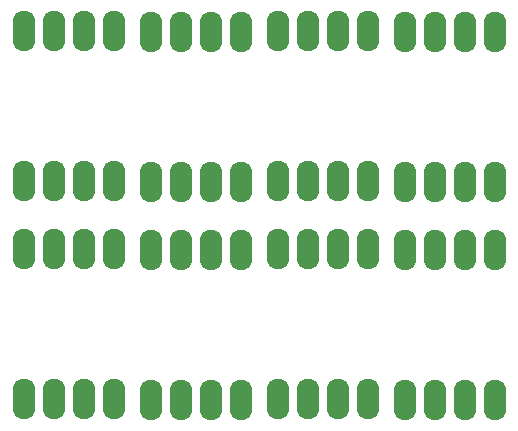
<source format=gts>
G04 #@! TF.FileFunction,Soldermask,Top*
%FSLAX46Y46*%
G04 Gerber Fmt 4.6, Leading zero omitted, Abs format (unit mm)*
G04 Created by KiCad (PCBNEW 4.0.1-stable) date 2017/12/09 22:36:48*
%MOMM*%
G01*
G04 APERTURE LIST*
%ADD10C,0.050000*%
%ADD11O,1.924000X3.448000*%
G04 APERTURE END LIST*
D10*
D11*
X138930000Y-110760000D03*
X141470000Y-110760000D03*
X144010000Y-110760000D03*
X146550000Y-110760000D03*
X146550000Y-98060000D03*
X144010000Y-98060000D03*
X141470000Y-98060000D03*
X138930000Y-98060000D03*
X149698000Y-110850000D03*
X152238000Y-110850000D03*
X154778000Y-110850000D03*
X157318000Y-110850000D03*
X157318000Y-98150000D03*
X154778000Y-98150000D03*
X152238000Y-98150000D03*
X149698000Y-98150000D03*
X160430000Y-110760000D03*
X162970000Y-110760000D03*
X165510000Y-110760000D03*
X168050000Y-110760000D03*
X168050000Y-98060000D03*
X165510000Y-98060000D03*
X162970000Y-98060000D03*
X160430000Y-98060000D03*
X171198000Y-110850000D03*
X173738000Y-110850000D03*
X176278000Y-110850000D03*
X178818000Y-110850000D03*
X178818000Y-98150000D03*
X176278000Y-98150000D03*
X173738000Y-98150000D03*
X171198000Y-98150000D03*
X138930000Y-129260000D03*
X141470000Y-129260000D03*
X144010000Y-129260000D03*
X146550000Y-129260000D03*
X146550000Y-116560000D03*
X144010000Y-116560000D03*
X141470000Y-116560000D03*
X138930000Y-116560000D03*
X149698000Y-129350000D03*
X152238000Y-129350000D03*
X154778000Y-129350000D03*
X157318000Y-129350000D03*
X157318000Y-116650000D03*
X154778000Y-116650000D03*
X152238000Y-116650000D03*
X149698000Y-116650000D03*
X160430000Y-129260000D03*
X162970000Y-129260000D03*
X165510000Y-129260000D03*
X168050000Y-129260000D03*
X168050000Y-116560000D03*
X165510000Y-116560000D03*
X162970000Y-116560000D03*
X160430000Y-116560000D03*
X171198000Y-129350000D03*
X173738000Y-129350000D03*
X176278000Y-129350000D03*
X178818000Y-129350000D03*
X178818000Y-116650000D03*
X176278000Y-116650000D03*
X173738000Y-116650000D03*
X171198000Y-116650000D03*
M02*

</source>
